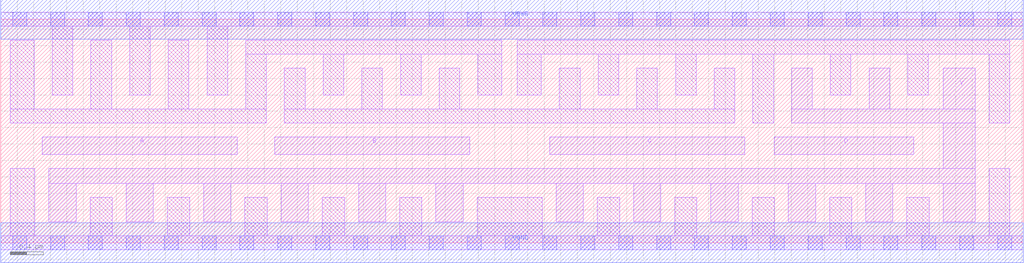
<source format=lef>
# Copyright 2020 The SkyWater PDK Authors
#
# Licensed under the Apache License, Version 2.0 (the "License");
# you may not use this file except in compliance with the License.
# You may obtain a copy of the License at
#
#     https://www.apache.org/licenses/LICENSE-2.0
#
# Unless required by applicable law or agreed to in writing, software
# distributed under the License is distributed on an "AS IS" BASIS,
# WITHOUT WARRANTIES OR CONDITIONS OF ANY KIND, either express or implied.
# See the License for the specific language governing permissions and
# limitations under the License.
#
# SPDX-License-Identifier: Apache-2.0

VERSION 5.7 ;
  NOWIREEXTENSIONATPIN ON ;
  DIVIDERCHAR "/" ;
  BUSBITCHARS "[]" ;
UNITS
  DATABASE MICRONS 200 ;
END UNITS
PROPERTYDEFINITIONS
  MACRO maskLayoutSubType STRING ;
  MACRO prCellType STRING ;
  MACRO originalViewName STRING ;
END PROPERTYDEFINITIONS
MACRO sky130_fd_sc_hdll__nor4_6
  CLASS CORE ;
  FOREIGN sky130_fd_sc_hdll__nor4_6 ;
  ORIGIN  0.000000  0.000000 ;
  SIZE  12.42000 BY  2.720000 ;
  SYMMETRY X Y R90 ;
  SITE unithd ;
  PIN A
    ANTENNAGATEAREA  1.665000 ;
    DIRECTION INPUT ;
    USE SIGNAL ;
    PORT
      LAYER li1 ;
        RECT 0.505000 1.075000 2.875000 1.285000 ;
    END
  END A
  PIN B
    ANTENNAGATEAREA  1.665000 ;
    DIRECTION INPUT ;
    USE SIGNAL ;
    PORT
      LAYER li1 ;
        RECT 3.325000 1.075000 5.695000 1.285000 ;
    END
  END B
  PIN C
    ANTENNAGATEAREA  1.665000 ;
    DIRECTION INPUT ;
    USE SIGNAL ;
    PORT
      LAYER li1 ;
        RECT 6.665000 1.075000 9.035000 1.285000 ;
    END
  END C
  PIN D
    ANTENNAGATEAREA  1.665000 ;
    DIRECTION INPUT ;
    USE SIGNAL ;
    PORT
      LAYER li1 ;
        RECT 9.395000 1.075000 11.085000 1.285000 ;
    END
  END D
  PIN Y
    ANTENNADIFFAREA  2.976000 ;
    DIRECTION OUTPUT ;
    USE SIGNAL ;
    PORT
      LAYER li1 ;
        RECT  0.585000 0.255000  0.915000 0.725000 ;
        RECT  0.585000 0.725000 11.835000 0.905000 ;
        RECT  1.525000 0.255000  1.855000 0.725000 ;
        RECT  2.465000 0.255000  2.795000 0.725000 ;
        RECT  3.405000 0.255000  3.735000 0.725000 ;
        RECT  4.345000 0.255000  4.675000 0.725000 ;
        RECT  5.285000 0.255000  5.615000 0.725000 ;
        RECT  6.745000 0.255000  7.075000 0.725000 ;
        RECT  7.685000 0.255000  8.015000 0.725000 ;
        RECT  8.625000 0.255000  8.955000 0.725000 ;
        RECT  9.565000 0.255000  9.895000 0.725000 ;
        RECT  9.605000 1.455000 11.835000 1.625000 ;
        RECT  9.605000 1.625000  9.855000 2.125000 ;
        RECT 10.505000 0.255000 10.835000 0.725000 ;
        RECT 10.545000 1.625000 10.795000 2.125000 ;
        RECT 11.445000 0.255000 11.835000 0.725000 ;
        RECT 11.445000 0.905000 11.835000 1.455000 ;
        RECT 11.445000 1.625000 11.835000 2.125000 ;
    END
  END Y
  PIN VGND
    DIRECTION INOUT ;
    USE GROUND ;
    PORT
      LAYER met1 ;
        RECT 0.000000 -0.240000 12.420000 0.240000 ;
    END
  END VGND
  PIN VPWR
    DIRECTION INOUT ;
    USE POWER ;
    PORT
      LAYER met1 ;
        RECT 0.000000 2.480000 12.420000 2.960000 ;
    END
  END VPWR
  OBS
    LAYER li1 ;
      RECT  0.000000 -0.085000 12.420000 0.085000 ;
      RECT  0.000000  2.635000 12.420000 2.805000 ;
      RECT  0.115000  0.085000  0.415000 0.905000 ;
      RECT  0.115000  1.455000  3.225000 1.625000 ;
      RECT  0.115000  1.625000  0.405000 2.465000 ;
      RECT  0.625000  1.795000  0.875000 2.635000 ;
      RECT  1.085000  0.085000  1.355000 0.555000 ;
      RECT  1.095000  1.625000  1.345000 2.465000 ;
      RECT  1.565000  1.795000  1.815000 2.635000 ;
      RECT  2.025000  0.085000  2.295000 0.555000 ;
      RECT  2.035000  1.625000  2.285000 2.465000 ;
      RECT  2.505000  1.795000  2.755000 2.635000 ;
      RECT  2.965000  0.085000  3.235000 0.555000 ;
      RECT  2.975000  1.625000  3.225000 2.295000 ;
      RECT  2.975000  2.295000  6.085000 2.465000 ;
      RECT  3.445000  1.455000  8.915000 1.625000 ;
      RECT  3.445000  1.625000  3.695000 2.125000 ;
      RECT  3.905000  0.085000  4.175000 0.555000 ;
      RECT  3.915000  1.795000  4.165000 2.295000 ;
      RECT  4.385000  1.625000  4.635000 2.125000 ;
      RECT  4.845000  0.085000  5.115000 0.555000 ;
      RECT  4.855000  1.795000  5.105000 2.295000 ;
      RECT  5.325000  1.625000  5.575000 2.125000 ;
      RECT  5.785000  0.085000  6.575000 0.555000 ;
      RECT  5.795000  1.795000  6.085000 2.295000 ;
      RECT  6.275000  1.795000  6.565000 2.295000 ;
      RECT  6.275000  2.295000 12.255000 2.465000 ;
      RECT  6.785000  1.625000  7.035000 2.125000 ;
      RECT  7.245000  0.085000  7.515000 0.555000 ;
      RECT  7.255000  1.795000  7.505000 2.295000 ;
      RECT  7.725000  1.625000  7.975000 2.125000 ;
      RECT  8.185000  0.085000  8.455000 0.555000 ;
      RECT  8.195000  1.795000  8.445000 2.295000 ;
      RECT  8.665000  1.625000  8.915000 2.125000 ;
      RECT  9.125000  0.085000  9.395000 0.555000 ;
      RECT  9.135000  1.455000  9.385000 2.295000 ;
      RECT 10.065000  0.085000 10.335000 0.555000 ;
      RECT 10.075000  1.795000 10.325000 2.295000 ;
      RECT 11.005000  0.085000 11.275000 0.555000 ;
      RECT 11.015000  1.795000 11.265000 2.295000 ;
      RECT 12.005000  0.085000 12.255000 0.905000 ;
      RECT 12.005000  1.455000 12.255000 2.295000 ;
    LAYER mcon ;
      RECT  0.145000 -0.085000  0.315000 0.085000 ;
      RECT  0.145000  2.635000  0.315000 2.805000 ;
      RECT  0.605000 -0.085000  0.775000 0.085000 ;
      RECT  0.605000  2.635000  0.775000 2.805000 ;
      RECT  1.065000 -0.085000  1.235000 0.085000 ;
      RECT  1.065000  2.635000  1.235000 2.805000 ;
      RECT  1.525000 -0.085000  1.695000 0.085000 ;
      RECT  1.525000  2.635000  1.695000 2.805000 ;
      RECT  1.985000 -0.085000  2.155000 0.085000 ;
      RECT  1.985000  2.635000  2.155000 2.805000 ;
      RECT  2.445000 -0.085000  2.615000 0.085000 ;
      RECT  2.445000  2.635000  2.615000 2.805000 ;
      RECT  2.905000 -0.085000  3.075000 0.085000 ;
      RECT  2.905000  2.635000  3.075000 2.805000 ;
      RECT  3.365000 -0.085000  3.535000 0.085000 ;
      RECT  3.365000  2.635000  3.535000 2.805000 ;
      RECT  3.825000 -0.085000  3.995000 0.085000 ;
      RECT  3.825000  2.635000  3.995000 2.805000 ;
      RECT  4.285000 -0.085000  4.455000 0.085000 ;
      RECT  4.285000  2.635000  4.455000 2.805000 ;
      RECT  4.745000 -0.085000  4.915000 0.085000 ;
      RECT  4.745000  2.635000  4.915000 2.805000 ;
      RECT  5.205000 -0.085000  5.375000 0.085000 ;
      RECT  5.205000  2.635000  5.375000 2.805000 ;
      RECT  5.665000 -0.085000  5.835000 0.085000 ;
      RECT  5.665000  2.635000  5.835000 2.805000 ;
      RECT  6.125000 -0.085000  6.295000 0.085000 ;
      RECT  6.125000  2.635000  6.295000 2.805000 ;
      RECT  6.585000 -0.085000  6.755000 0.085000 ;
      RECT  6.585000  2.635000  6.755000 2.805000 ;
      RECT  7.045000 -0.085000  7.215000 0.085000 ;
      RECT  7.045000  2.635000  7.215000 2.805000 ;
      RECT  7.505000 -0.085000  7.675000 0.085000 ;
      RECT  7.505000  2.635000  7.675000 2.805000 ;
      RECT  7.965000 -0.085000  8.135000 0.085000 ;
      RECT  7.965000  2.635000  8.135000 2.805000 ;
      RECT  8.425000 -0.085000  8.595000 0.085000 ;
      RECT  8.425000  2.635000  8.595000 2.805000 ;
      RECT  8.885000 -0.085000  9.055000 0.085000 ;
      RECT  8.885000  2.635000  9.055000 2.805000 ;
      RECT  9.345000 -0.085000  9.515000 0.085000 ;
      RECT  9.345000  2.635000  9.515000 2.805000 ;
      RECT  9.805000 -0.085000  9.975000 0.085000 ;
      RECT  9.805000  2.635000  9.975000 2.805000 ;
      RECT 10.265000 -0.085000 10.435000 0.085000 ;
      RECT 10.265000  2.635000 10.435000 2.805000 ;
      RECT 10.725000 -0.085000 10.895000 0.085000 ;
      RECT 10.725000  2.635000 10.895000 2.805000 ;
      RECT 11.185000 -0.085000 11.355000 0.085000 ;
      RECT 11.185000  2.635000 11.355000 2.805000 ;
      RECT 11.645000 -0.085000 11.815000 0.085000 ;
      RECT 11.645000  2.635000 11.815000 2.805000 ;
      RECT 12.105000 -0.085000 12.275000 0.085000 ;
      RECT 12.105000  2.635000 12.275000 2.805000 ;
  END
  PROPERTY maskLayoutSubType "abstract" ;
  PROPERTY prCellType "standard" ;
  PROPERTY originalViewName "layout" ;
END sky130_fd_sc_hdll__nor4_6
END LIBRARY

</source>
